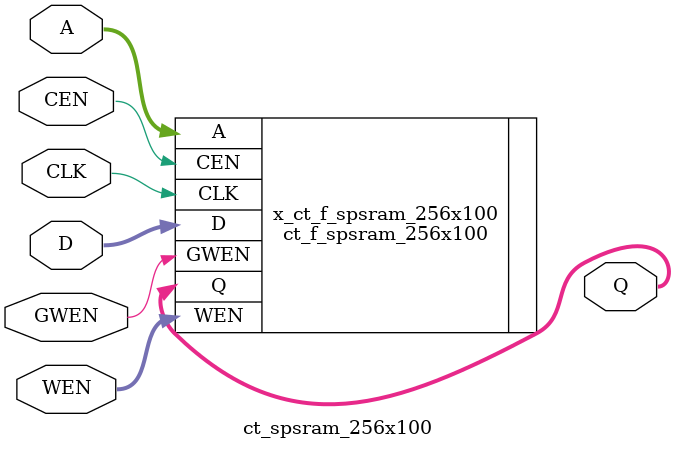
<source format=v>
/*Copyright 2019-2021 T-Head Semiconductor Co., Ltd.

Licensed under the Apache License, Version 2.0 (the "License");
you may not use this file except in compliance with the License.
You may obtain a copy of the License at

    http://www.apache.org/licenses/LICENSE-2.0

Unless required by applicable law or agreed to in writing, software
distributed under the License is distributed on an "AS IS" BASIS,
WITHOUT WARRANTIES OR CONDITIONS OF ANY KIND, either express or implied.
See the License for the specific language governing permissions and
limitations under the License.
*/

// &ModuleBeg; @22
module ct_spsram_256x100(
  A,
  CEN,
  CLK,
  D,
  GWEN,
  Q,
  WEN
);

// &Ports; @23
input   [7 :0]  A;
input           CEN;
input           CLK;
input   [99:0]  D;
input           GWEN;
input   [99:0]  WEN;
output  [99:0]  Q;

// &Regs; @24

// &Wires; @25
wire    [7 :0]  A;
wire            CEN;
wire            CLK;
wire    [99:0]  D;
wire            GWEN;
wire    [99:0]  Q;
wire    [99:0]  WEN;


//**********************************************************
//                  Parameter Definition
//**********************************************************
parameter ADDR_WIDTH = 8;
parameter DATA_WIDTH = 100;
parameter WE_WIDTH   = 100;

// &Force("bus","Q",DATA_WIDTH-1,0); @34
// &Force("bus","WEN",WE_WIDTH-1,0); @35
// &Force("bus","A",ADDR_WIDTH-1,0); @36
// &Force("bus","D",DATA_WIDTH-1,0); @37

//  //********************************************************
//  //*                        FPGA memory                   *
//  //********************************************************
//   &Instance("ct_f_spsram_256x100"); @43
ct_f_spsram_256x100  x_ct_f_spsram_256x100 (
  .A    (A   ),
  .CEN  (CEN ),
  .CLK  (CLK ),
  .D    (D   ),
  .GWEN (GWEN),
  .Q    (Q   ),
  .WEN  (WEN )
);

//   &Instance("ct_tsmc_spsram_256x100"); @49

// &ModuleEnd; @65
endmodule



</source>
